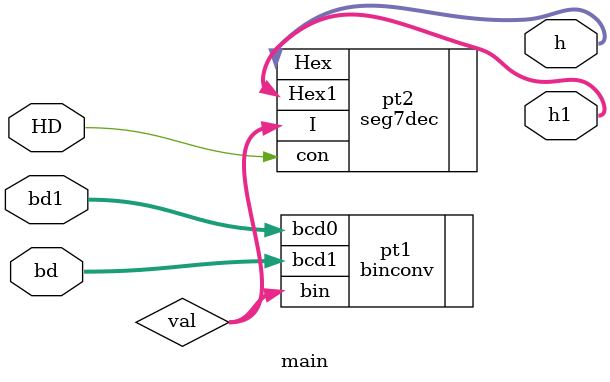
<source format=v>
module main( bd, bd1, h, h1, HD);
input [3:0] bd, bd1;
input HD;
wire [6:0] val;
output [6:0] h,h1;

binconv pt1 (.bcd1(bd),.bcd0(bd1),.bin(val));
seg7dec pt2 (.con(HD),.Hex(h),.Hex1(h1),.I(val)); 






endmodule 
</source>
